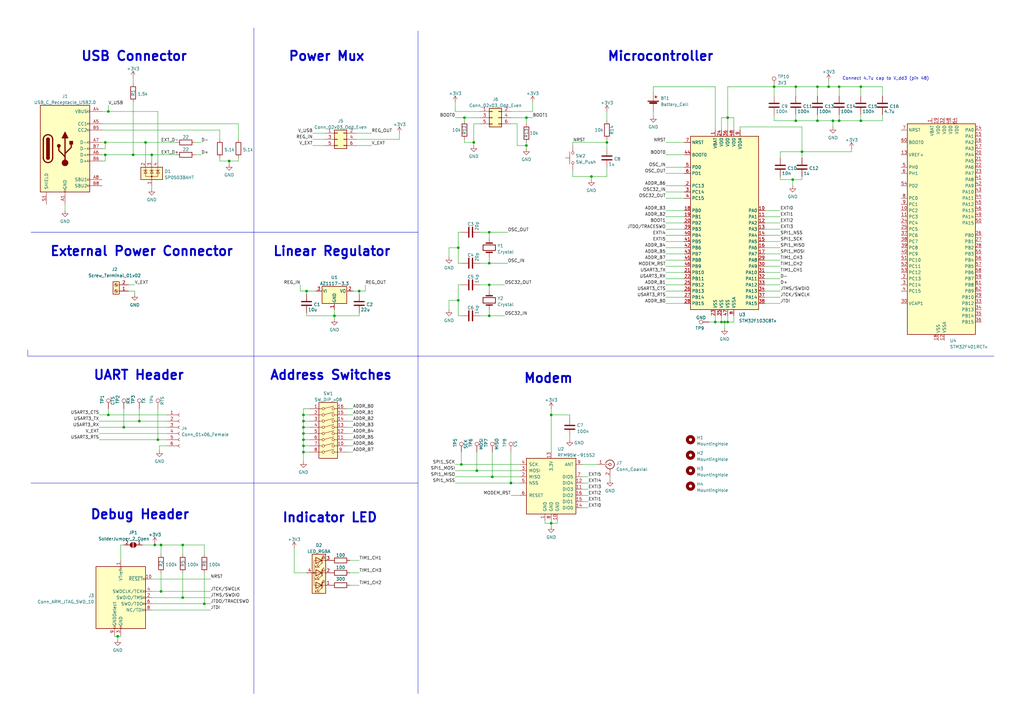
<source format=kicad_sch>
(kicad_sch (version 20230121) (generator eeschema)
  (paper "A3")
  (title_block (title "STM32 Example: LoRa Router") (date "2023-07-18") (rev "B") (company "ECE 445"))
  (junction (at 48.26 260.985))
  (junction (at 124.46 182.88))
  (junction (at 187.96 123.19))
  (junction (at 44.45 170.18))
  (junction (at 325.12 73.66))
  (junction (at 66.04 223.52))
  (junction (at 74.93 223.52))
  (junction (at 93.98 66.04))
  (junction (at 341.63 49.53))
  (junction (at 194.31 58.42))
  (junction (at 344.17 35.56))
  (junction (at 226.06 214.63))
  (junction (at 209.55 198.12))
  (junction (at 293.37 132.08))
  (junction (at 200.66 116.84))
  (junction (at 189.23 190.5))
  (junction (at 187.96 101.6))
  (junction (at 64.77 180.34))
  (junction (at 226.06 170.18))
  (junction (at 339.852 35.56))
  (junction (at 57.15 172.72))
  (junction (at 242.57 72.39))
  (junction (at 201.93 195.58))
  (junction (at 298.45 132.08))
  (junction (at 137.16 129.54))
  (junction (at 344.17 49.53))
  (junction (at 295.91 132.08))
  (junction (at 44.45 45.72))
  (junction (at 124.46 180.34))
  (junction (at 215.9 59.69))
  (junction (at 125.73 119.38))
  (junction (at 326.39 49.53))
  (junction (at 200.66 107.95))
  (junction (at 124.46 177.8))
  (junction (at 353.06 49.53))
  (junction (at 248.92 58.42))
  (junction (at 124.46 185.42))
  (junction (at 317.5 35.56))
  (junction (at 297.18 132.08))
  (junction (at 124.46 175.26))
  (junction (at 59.69 58.42))
  (junction (at 54.61 63.5))
  (junction (at 124.46 170.18))
  (junction (at 43.18 58.42))
  (junction (at 335.28 35.56))
  (junction (at 74.93 245.11))
  (junction (at 43.18 63.5))
  (junction (at 66.04 242.57))
  (junction (at 326.39 35.56))
  (junction (at 50.8 175.26))
  (junction (at 124.46 172.72))
  (junction (at 215.9 48.26))
  (junction (at 62.23 63.5))
  (junction (at 195.58 193.04))
  (junction (at 335.28 49.53))
  (junction (at 147.32 119.38))
  (junction (at 200.66 95.25))
  (junction (at 190.5 48.26))
  (junction (at 353.06 35.56))
  (junction (at 83.82 247.65))
  (junction (at 63.5 223.52))
  (junction (at 328.93 62.23))
  (junction (at 298.45 48.26))
  (junction (at 200.66 129.54))
  (wire (pts (xy 143.51 234.95) (xy 147.32 234.95)))
  (wire (pts (xy 97.79 64.77) (xy 97.79 66.04)))
  (wire (pts (xy 66.04 242.57) (xy 86.36 242.57)))
  (wire (pts (xy 74.93 223.52) (xy 74.93 227.33)))
  (wire (pts (xy 335.28 46.99) (xy 335.28 49.53)))
  (wire (pts (xy 273.05 58.42) (xy 280.67 58.42)))
  (wire (pts (xy 97.79 50.8) (xy 97.79 57.15)))
  (wire (pts (xy 124.46 175.26) (xy 127 175.26)))
  (wire (pts (xy 273.05 86.36) (xy 280.67 86.36)))
  (wire (pts (xy 226.06 170.18) (xy 226.06 185.42)))
  (wire (pts (xy 50.8 167.64) (xy 50.8 175.26)))
  (wire (pts (xy 194.31 50.8) (xy 194.31 58.42)))
  (wire (pts (xy 344.17 35.56) (xy 339.852 35.56)))
  (wire (pts (xy 124.46 175.26) (xy 124.46 177.8)))
  (wire (pts (xy 97.79 66.04) (xy 93.98 66.04)))
  (wire (pts (xy 43.18 63.5) (xy 43.18 66.04)))
  (wire (pts (xy 128.27 57.15) (xy 133.35 57.15)))
  (wire (pts (xy 200.66 129.54) (xy 200.66 127)))
  (wire (pts (xy 228.6 213.36) (xy 228.6 214.63)))
  (wire (pts (xy 196.85 116.84) (xy 200.66 116.84)))
  (wire (pts (xy 328.93 72.39) (xy 328.93 73.66)))
  (wire (pts (xy 298.45 129.54) (xy 298.45 132.08)))
  (wire (pts (xy 313.69 91.44) (xy 320.04 91.44)))
  (wire (pts (xy 41.91 45.72) (xy 44.45 45.72)))
  (wire (pts (xy 353.06 49.53) (xy 361.95 49.53)))
  (wire (pts (xy 313.69 111.76) (xy 320.04 111.76)))
  (wire (pts (xy 196.85 48.26) (xy 190.5 48.26)))
  (wire (pts (xy 124.46 185.42) (xy 127 185.42)))
  (wire (pts (xy 83.82 223.52) (xy 83.82 227.33)))
  (wire (pts (xy 26.67 83.82) (xy 26.67 86.36)))
  (wire (pts (xy 300.99 53.34) (xy 300.99 48.26)))
  (wire (pts (xy 273.05 96.52) (xy 280.67 96.52)))
  (polyline (pts (xy 12.7 95.25) (xy 171.45 95.25)))
  (wire (pts (xy 190.5 48.26) (xy 190.5 49.53)))
  (wire (pts (xy 298.45 35.56) (xy 317.5 35.56)))
  (wire (pts (xy 201.93 195.58) (xy 213.36 195.58)))
  (wire (pts (xy 233.68 170.18) (xy 233.68 171.45)))
  (wire (pts (xy 273.05 68.58) (xy 280.67 68.58)))
  (wire (pts (xy 234.95 58.42) (xy 248.92 58.42)))
  (wire (pts (xy 317.5 49.53) (xy 326.39 49.53)))
  (polyline (pts (xy 171.45 12.7) (xy 171.45 146.05)))
  (wire (pts (xy 238.76 200.66) (xy 241.3 200.66)))
  (wire (pts (xy 248.92 57.15) (xy 248.92 58.42)))
  (wire (pts (xy 298.45 48.26) (xy 298.45 53.34)))
  (wire (pts (xy 65.405 182.88) (xy 65.405 184.785)))
  (wire (pts (xy 212.09 59.69) (xy 215.9 59.69)))
  (wire (pts (xy 313.69 96.52) (xy 320.04 96.52)))
  (wire (pts (xy 328.93 52.07) (xy 328.93 62.23)))
  (wire (pts (xy 209.55 45.72) (xy 218.44 45.72)))
  (wire (pts (xy 184.15 123.19) (xy 184.15 127)))
  (wire (pts (xy 43.18 63.5) (xy 54.61 63.5)))
  (wire (pts (xy 339.852 35.56) (xy 335.28 35.56)))
  (wire (pts (xy 273.05 91.44) (xy 280.67 91.44)))
  (wire (pts (xy 313.69 124.46) (xy 320.04 124.46)))
  (wire (pts (xy 344.17 39.37) (xy 344.17 35.56)))
  (wire (pts (xy 137.16 129.54) (xy 147.32 129.54)))
  (wire (pts (xy 233.68 179.07) (xy 233.68 180.34)))
  (wire (pts (xy 189.23 185.42) (xy 189.23 190.5)))
  (wire (pts (xy 303.53 53.34) (xy 303.53 52.07)))
  (wire (pts (xy 293.37 129.54) (xy 293.37 132.08)))
  (wire (pts (xy 123.19 119.38) (xy 123.19 116.84)))
  (wire (pts (xy 196.85 129.54) (xy 200.66 129.54)))
  (wire (pts (xy 273.05 71.12) (xy 280.67 71.12)))
  (wire (pts (xy 190.5 58.42) (xy 194.31 58.42)))
  (wire (pts (xy 124.46 177.8) (xy 127 177.8)))
  (wire (pts (xy 226.06 170.18) (xy 233.68 170.18)))
  (wire (pts (xy 40.64 180.34) (xy 64.77 180.34)))
  (wire (pts (xy 49.53 223.52) (xy 49.53 229.87)))
  (wire (pts (xy 187.96 116.84) (xy 189.23 116.84)))
  (wire (pts (xy 273.05 109.22) (xy 280.67 109.22)))
  (wire (pts (xy 55.245 119.38) (xy 55.245 120.65)))
  (wire (pts (xy 325.12 73.66) (xy 325.12 76.2)))
  (polyline (pts (xy 104.14 11.43) (xy 104.14 284.48)))
  (wire (pts (xy 137.16 129.54) (xy 137.16 130.81)))
  (wire (pts (xy 353.06 46.99) (xy 353.06 49.53)))
  (wire (pts (xy 273.05 111.76) (xy 280.67 111.76)))
  (wire (pts (xy 341.63 49.53) (xy 341.63 52.07)))
  (wire (pts (xy 250.19 195.58) (xy 250.19 196.85)))
  (wire (pts (xy 361.95 35.56) (xy 353.06 35.56)))
  (wire (pts (xy 46.99 260.985) (xy 48.26 260.985)))
  (wire (pts (xy 74.93 234.95) (xy 74.93 245.11)))
  (wire (pts (xy 320.04 64.77) (xy 320.04 62.23)))
  (wire (pts (xy 142.24 172.72) (xy 144.78 172.72)))
  (wire (pts (xy 44.45 170.18) (xy 68.58 170.18)))
  (wire (pts (xy 146.05 57.15) (xy 163.83 57.15)))
  (wire (pts (xy 344.17 49.53) (xy 353.06 49.53)))
  (wire (pts (xy 298.45 48.26) (xy 298.45 35.56)))
  (wire (pts (xy 41.91 53.34) (xy 90.17 53.34)))
  (wire (pts (xy 200.66 95.25) (xy 200.66 97.79)))
  (wire (pts (xy 195.58 185.42) (xy 195.58 193.04)))
  (wire (pts (xy 62.23 76.2) (xy 62.23 77.47)))
  (wire (pts (xy 80.01 58.42) (xy 82.55 58.42)))
  (wire (pts (xy 54.61 31.75) (xy 54.61 34.29)))
  (wire (pts (xy 313.69 101.6) (xy 320.04 101.6)))
  (wire (pts (xy 186.69 45.72) (xy 186.69 41.91)))
  (wire (pts (xy 64.77 167.64) (xy 64.77 180.34)))
  (wire (pts (xy 142.24 180.34) (xy 144.78 180.34)))
  (wire (pts (xy 187.96 129.54) (xy 187.96 123.19)))
  (wire (pts (xy 40.64 177.8) (xy 68.58 177.8)))
  (wire (pts (xy 186.69 48.26) (xy 190.5 48.26)))
  (wire (pts (xy 90.17 53.34) (xy 90.17 57.15)))
  (wire (pts (xy 62.23 250.19) (xy 86.36 250.19)))
  (wire (pts (xy 313.69 106.68) (xy 320.04 106.68)))
  (wire (pts (xy 223.52 214.63) (xy 226.06 214.63)))
  (wire (pts (xy 142.24 182.88) (xy 144.78 182.88)))
  (wire (pts (xy 143.51 229.87) (xy 147.32 229.87)))
  (wire (pts (xy 59.69 58.42) (xy 72.39 58.42)))
  (wire (pts (xy 300.99 129.54) (xy 300.99 132.08)))
  (wire (pts (xy 163.83 54.61) (xy 163.83 57.15)))
  (wire (pts (xy 66.04 223.52) (xy 74.93 223.52)))
  (wire (pts (xy 49.53 260.35) (xy 49.53 260.985)))
  (wire (pts (xy 189.23 107.95) (xy 187.96 107.95)))
  (wire (pts (xy 124.46 182.88) (xy 127 182.88)))
  (wire (pts (xy 298.45 132.08) (xy 297.18 132.08)))
  (wire (pts (xy 267.97 35.56) (xy 267.97 38.1)))
  (wire (pts (xy 273.05 101.6) (xy 280.67 101.6)))
  (wire (pts (xy 83.82 234.95) (xy 83.82 247.65)))
  (wire (pts (xy 57.15 172.72) (xy 68.58 172.72)))
  (wire (pts (xy 58.42 223.52) (xy 63.5 223.52)))
  (polyline (pts (xy 171.45 146.05) (xy 171.45 284.48)))
  (wire (pts (xy 353.06 35.56) (xy 353.06 39.37)))
  (wire (pts (xy 313.69 116.84) (xy 320.04 116.84)))
  (wire (pts (xy 143.51 240.03) (xy 147.32 240.03)))
  (wire (pts (xy 341.63 49.53) (xy 344.17 49.53)))
  (wire (pts (xy 90.17 64.77) (xy 90.17 66.04)))
  (wire (pts (xy 234.95 69.85) (xy 234.95 72.39)))
  (wire (pts (xy 293.37 132.08) (xy 295.91 132.08)))
  (wire (pts (xy 273.05 114.3) (xy 280.67 114.3)))
  (wire (pts (xy 196.85 95.25) (xy 200.66 95.25)))
  (wire (pts (xy 361.95 39.37) (xy 361.95 35.56)))
  (wire (pts (xy 234.95 72.39) (xy 242.57 72.39)))
  (wire (pts (xy 187.96 123.19) (xy 184.15 123.19)))
  (wire (pts (xy 66.04 234.95) (xy 66.04 242.57)))
  (wire (pts (xy 215.9 59.69) (xy 215.9 60.96)))
  (wire (pts (xy 63.5 223.52) (xy 66.04 223.52)))
  (wire (pts (xy 200.66 107.95) (xy 208.28 107.95)))
  (wire (pts (xy 43.18 58.42) (xy 59.69 58.42)))
  (wire (pts (xy 209.55 48.26) (xy 215.9 48.26)))
  (wire (pts (xy 125.73 119.38) (xy 123.19 119.38)))
  (wire (pts (xy 62.23 63.5) (xy 62.23 66.04)))
  (wire (pts (xy 325.12 73.66) (xy 328.93 73.66)))
  (wire (pts (xy 142.24 167.64) (xy 144.78 167.64)))
  (wire (pts (xy 194.31 50.8) (xy 196.85 50.8)))
  (wire (pts (xy 273.05 93.98) (xy 280.67 93.98)))
  (wire (pts (xy 344.17 35.56) (xy 353.06 35.56)))
  (wire (pts (xy 223.52 213.36) (xy 223.52 214.63)))
  (wire (pts (xy 295.91 48.26) (xy 298.45 48.26)))
  (wire (pts (xy 49.53 260.985) (xy 48.26 260.985)))
  (wire (pts (xy 186.69 193.04) (xy 195.58 193.04)))
  (wire (pts (xy 267.97 35.56) (xy 293.37 35.56)))
  (wire (pts (xy 238.76 195.58) (xy 241.3 195.58)))
  (wire (pts (xy 228.6 214.63) (xy 226.06 214.63)))
  (wire (pts (xy 238.76 203.2) (xy 241.3 203.2)))
  (wire (pts (xy 59.69 58.42) (xy 59.69 66.04)))
  (wire (pts (xy 186.69 45.72) (xy 196.85 45.72)))
  (wire (pts (xy 335.28 49.53) (xy 341.63 49.53)))
  (wire (pts (xy 62.23 242.57) (xy 66.04 242.57)))
  (wire (pts (xy 125.73 128.27) (xy 125.73 129.54)))
  (wire (pts (xy 218.44 45.72) (xy 218.44 41.91)))
  (wire (pts (xy 50.8 175.26) (xy 68.58 175.26)))
  (wire (pts (xy 120.65 224.79) (xy 120.65 234.95)))
  (polyline (pts (xy 12.7 198.12) (xy 171.45 198.12)))
  (wire (pts (xy 44.45 45.72) (xy 44.45 43.18)))
  (wire (pts (xy 344.17 46.99) (xy 344.17 49.53)))
  (wire (pts (xy 215.9 58.42) (xy 215.9 59.69)))
  (wire (pts (xy 41.91 66.04) (xy 43.18 66.04)))
  (wire (pts (xy 295.91 53.34) (xy 295.91 48.26)))
  (wire (pts (xy 361.95 49.53) (xy 361.95 46.99)))
  (wire (pts (xy 226.06 214.63) (xy 226.06 215.9)))
  (wire (pts (xy 326.39 35.56) (xy 326.39 39.37)))
  (wire (pts (xy 248.92 72.39) (xy 242.57 72.39)))
  (wire (pts (xy 215.9 48.26) (xy 215.9 50.8)))
  (wire (pts (xy 124.46 172.72) (xy 124.46 175.26)))
  (wire (pts (xy 273.05 63.5) (xy 280.67 63.5)))
  (wire (pts (xy 48.26 260.985) (xy 48.26 262.255)))
  (wire (pts (xy 41.91 63.5) (xy 43.18 63.5)))
  (wire (pts (xy 187.96 101.6) (xy 184.15 101.6)))
  (wire (pts (xy 273.05 106.68) (xy 280.67 106.68)))
  (wire (pts (xy 186.69 190.5) (xy 189.23 190.5)))
  (wire (pts (xy 186.69 195.58) (xy 201.93 195.58)))
  (wire (pts (xy 273.05 78.74) (xy 280.67 78.74)))
  (wire (pts (xy 212.09 50.8) (xy 212.09 59.69)))
  (wire (pts (xy 326.39 46.99) (xy 326.39 49.53)))
  (wire (pts (xy 149.86 116.84) (xy 149.86 119.38)))
  (wire (pts (xy 124.46 172.72) (xy 127 172.72)))
  (wire (pts (xy 146.05 54.61) (xy 152.4 54.61)))
  (wire (pts (xy 207.01 116.84) (xy 200.66 116.84)))
  (wire (pts (xy 40.64 172.72) (xy 57.15 172.72)))
  (wire (pts (xy 124.46 177.8) (xy 124.46 180.34)))
  (wire (pts (xy 62.23 245.11) (xy 74.93 245.11)))
  (wire (pts (xy 68.58 182.88) (xy 65.405 182.88)))
  (wire (pts (xy 90.17 66.04) (xy 93.98 66.04)))
  (wire (pts (xy 40.64 175.26) (xy 50.8 175.26)))
  (wire (pts (xy 80.01 63.5) (xy 82.55 63.5)))
  (wire (pts (xy 142.24 185.42) (xy 144.78 185.42)))
  (wire (pts (xy 226.06 213.36) (xy 226.06 214.63)))
  (wire (pts (xy 320.04 72.39) (xy 320.04 73.66)))
  (wire (pts (xy 54.61 63.5) (xy 62.23 63.5)))
  (wire (pts (xy 44.45 45.72) (xy 64.77 45.72)))
  (wire (pts (xy 187.96 95.25) (xy 189.23 95.25)))
  (wire (pts (xy 349.25 62.23) (xy 349.25 60.96)))
  (wire (pts (xy 137.16 127) (xy 137.16 129.54)))
  (wire (pts (xy 273.05 99.06) (xy 280.67 99.06)))
  (wire (pts (xy 313.69 86.36) (xy 320.04 86.36)))
  (wire (pts (xy 147.32 128.27) (xy 147.32 129.54)))
  (wire (pts (xy 194.31 58.42) (xy 194.31 59.69)))
  (wire (pts (xy 124.46 170.18) (xy 127 170.18)))
  (wire (pts (xy 248.92 58.42) (xy 248.92 60.96)))
  (wire (pts (xy 64.77 45.72) (xy 64.77 66.04)))
  (wire (pts (xy 273.05 116.84) (xy 280.67 116.84)))
  (wire (pts (xy 50.8 223.52) (xy 49.53 223.52)))
  (wire (pts (xy 273.05 76.2) (xy 280.67 76.2)))
  (wire (pts (xy 200.66 116.84) (xy 200.66 119.38)))
  (wire (pts (xy 142.24 177.8) (xy 144.78 177.8)))
  (wire (pts (xy 41.91 60.96) (xy 43.18 60.96)))
  (wire (pts (xy 234.95 59.69) (xy 234.95 58.42)))
  (wire (pts (xy 74.93 223.52) (xy 83.82 223.52)))
  (wire (pts (xy 125.73 129.54) (xy 137.16 129.54)))
  (wire (pts (xy 303.53 52.07) (xy 328.93 52.07)))
  (wire (pts (xy 267.97 45.72) (xy 267.97 47.625)))
  (wire (pts (xy 226.06 167.64) (xy 226.06 170.18)))
  (wire (pts (xy 273.05 124.46) (xy 280.67 124.46)))
  (wire (pts (xy 238.76 190.5) (xy 245.11 190.5)))
  (wire (pts (xy 295.91 129.54) (xy 295.91 132.08)))
  (wire (pts (xy 313.69 114.3) (xy 320.04 114.3)))
  (wire (pts (xy 195.58 193.04) (xy 213.36 193.04)))
  (wire (pts (xy 328.93 62.23) (xy 328.93 64.77)))
  (wire (pts (xy 186.69 198.12) (xy 209.55 198.12)))
  (wire (pts (xy 83.82 247.65) (xy 86.36 247.65)))
  (wire (pts (xy 128.27 54.61) (xy 133.35 54.61)))
  (wire (pts (xy 209.55 203.2) (xy 213.36 203.2)))
  (wire (pts (xy 93.98 66.04) (xy 93.98 67.31)))
  (wire (pts (xy 41.91 58.42) (xy 43.18 58.42)))
  (wire (pts (xy 326.39 49.53) (xy 335.28 49.53)))
  (wire (pts (xy 313.69 88.9) (xy 320.04 88.9)))
  (polyline (pts (xy 171.45 146.05) (xy 407.67 146.05)))
  (wire (pts (xy 313.69 119.38) (xy 320.04 119.38)))
  (wire (pts (xy 317.5 35.56) (xy 326.39 35.56)))
  (wire (pts (xy 189.23 190.5) (xy 213.36 190.5)))
  (wire (pts (xy 63.5 222.885) (xy 63.5 223.52)))
  (wire (pts (xy 209.55 198.12) (xy 213.36 198.12)))
  (wire (pts (xy 200.66 107.95) (xy 200.66 105.41)))
  (wire (pts (xy 298.45 48.26) (xy 300.99 48.26)))
  (wire (pts (xy 273.05 81.28) (xy 280.67 81.28)))
  (wire (pts (xy 335.28 39.37) (xy 335.28 35.56)))
  (wire (pts (xy 129.54 119.38) (xy 125.73 119.38)))
  (wire (pts (xy 190.5 57.15) (xy 190.5 58.42)))
  (wire (pts (xy 320.04 62.23) (xy 328.93 62.23)))
  (wire (pts (xy 187.96 107.95) (xy 187.96 101.6)))
  (wire (pts (xy 124.46 185.42) (xy 124.46 189.23)))
  (wire (pts (xy 146.05 59.69) (xy 152.4 59.69)))
  (wire (pts (xy 248.92 68.58) (xy 248.92 72.39)))
  (wire (pts (xy 317.5 39.37) (xy 317.5 35.56)))
  (wire (pts (xy 320.04 73.66) (xy 325.12 73.66)))
  (wire (pts (xy 209.55 50.8) (xy 212.09 50.8)))
  (wire (pts (xy 207.01 129.54) (xy 200.66 129.54)))
  (wire (pts (xy 238.76 205.74) (xy 241.3 205.74)))
  (wire (pts (xy 52.705 116.84) (xy 55.245 116.84)))
  (wire (pts (xy 242.57 72.39) (xy 242.57 73.66)))
  (wire (pts (xy 44.45 167.64) (xy 44.45 170.18)))
  (wire (pts (xy 295.91 132.08) (xy 297.18 132.08)))
  (wire (pts (xy 62.23 237.49) (xy 86.36 237.49)))
  (wire (pts (xy 339.852 33.02) (xy 339.852 35.56)))
  (wire (pts (xy 215.9 48.26) (xy 218.44 48.26)))
  (wire (pts (xy 62.23 247.65) (xy 83.82 247.65)))
  (wire (pts (xy 52.705 119.38) (xy 55.245 119.38)))
  (wire (pts (xy 128.27 59.69) (xy 133.35 59.69)))
  (wire (pts (xy 124.46 180.34) (xy 127 180.34)))
  (wire (pts (xy 313.69 109.22) (xy 320.04 109.22)))
  (wire (pts (xy 43.18 60.96) (xy 43.18 58.42)))
  (wire (pts (xy 313.69 93.98) (xy 320.04 93.98)))
  (wire (pts (xy 124.46 182.88) (xy 124.46 185.42)))
  (wire (pts (xy 209.55 185.42) (xy 209.55 198.12)))
  (wire (pts (xy 124.46 167.64) (xy 127 167.64)))
  (wire (pts (xy 147.32 119.38) (xy 149.86 119.38)))
  (wire (pts (xy 208.28 95.25) (xy 200.66 95.25)))
  (polyline (pts (xy 171.45 146.05) (xy 11.43 146.05)))
  (wire (pts (xy 238.76 208.28) (xy 241.3 208.28)))
  (wire (pts (xy 124.46 167.64) (xy 124.46 170.18)))
  (wire (pts (xy 196.85 107.95) (xy 200.66 107.95)))
  (wire (pts (xy 147.32 119.38) (xy 147.32 120.65)))
  (wire (pts (xy 124.46 180.34) (xy 124.46 182.88)))
  (wire (pts (xy 300.99 132.08) (xy 298.45 132.08)))
  (wire (pts (xy 313.69 104.14) (xy 320.04 104.14)))
  (wire (pts (xy 66.04 223.52) (xy 66.04 227.33)))
  (wire (pts (xy 328.93 62.23) (xy 349.25 62.23)))
  (wire (pts (xy 297.18 132.08) (xy 297.18 134.62)))
  (wire (pts (xy 313.69 99.06) (xy 320.04 99.06)))
  (wire (pts (xy 273.05 104.14) (xy 280.67 104.14)))
  (wire (pts (xy 189.23 129.54) (xy 187.96 129.54)))
  (wire (pts (xy 40.64 170.18) (xy 44.45 170.18)))
  (wire (pts (xy 124.46 170.18) (xy 124.46 172.72)))
  (wire (pts (xy 187.96 123.19) (xy 187.96 116.84)))
  (wire (pts (xy 41.91 50.8) (xy 97.79 50.8)))
  (wire (pts (xy 142.24 175.26) (xy 144.78 175.26)))
  (wire (pts (xy 144.78 119.38) (xy 147.32 119.38)))
  (wire (pts (xy 273.05 121.92) (xy 280.67 121.92)))
  (wire (pts (xy 187.96 101.6) (xy 187.96 95.25)))
  (wire (pts (xy 142.24 170.18) (xy 144.78 170.18)))
  (wire (pts (xy 64.77 180.34) (xy 68.58 180.34)))
  (wire (pts (xy 273.05 88.9) (xy 280.67 88.9)))
  (wire (pts (xy 125.73 119.38) (xy 125.73 120.65)))
  (wire (pts (xy 248.92 45.72) (xy 248.92 49.53)))
  (wire (pts (xy 273.05 119.38) (xy 280.67 119.38)))
  (wire (pts (xy 335.28 35.56) (xy 326.39 35.56)))
  (wire (pts (xy 74.93 245.11) (xy 86.36 245.11)))
  (wire (pts (xy 238.76 198.12) (xy 241.3 198.12)))
  (wire (pts (xy 54.61 41.91) (xy 54.61 63.5)))
  (wire (pts (xy 313.69 121.92) (xy 320.04 121.92)))
  (wire (pts (xy 317.5 46.99) (xy 317.5 49.53)))
  (wire (pts (xy 184.15 101.6) (xy 184.15 105.41)))
  (polyline (pts (xy 11.43 143.51) (xy 11.43 146.05)))
  (wire (pts (xy 201.93 185.42) (xy 201.93 195.58)))
  (wire (pts (xy 46.99 260.35) (xy 46.99 260.985)))
  (wire (pts (xy 57.15 167.64) (xy 57.15 172.72)))
  (wire (pts (xy 120.65 234.95) (xy 125.73 234.95)))
  (wire (pts (xy 293.37 53.34) (xy 293.37 35.56)))
  (wire (pts (xy 290.83 132.08) (xy 293.37 132.08)))
  (wire (pts (xy 62.23 63.5) (xy 72.39 63.5)))
  (text "Modem" (at 214.63 157.48 0) (effects (font (size 3.81 3.81) (thickness 0.762) bold) (justify left bottom)))
  (text "Connect 4.7u cap to V_dd3 (pin 48)" (at 345.44 33.02 0) (effects (font (size 1.27 1.27)) (justify left bottom)))
  (text "Power Mux" (at 118.11 25.4 0) (effects (font (size 3.81 3.81) (thickness 0.762) bold) (justify left bottom)))
  (text "Linear Regulator" (at 111.76 105.41 0) (effects (font (size 3.81 3.81) (thickness 0.762) bold) (justify left bottom)))
  (text "Microcontroller" (at 248.92 25.4 0) (effects (font (size 3.81 3.81) (thickness 0.762) bold) (justify left bottom)))
  (text "UART Header" (at 38.1 156.21 0) (effects (font (size 3.81 3.81) (thickness 0.762) bold) (justify left bottom)))
  (text "External Power Connector" (at 20.32 105.41 0) (effects (font (size 3.81 3.81) (thickness 0.762) bold) (justify left bottom)))
  (text "Indicator LED" (at 115.57 214.63 0) (effects (font (size 3.81 3.81) (thickness 0.762) bold) (justify left bottom)))
  (text "Address Switches" (at 110.49 156.21 0) (effects (font (size 3.81 3.81) (thickness 0.762) bold) (justify left bottom)))
  (text "Debug Header" (at 36.83 213.36 0) (effects (font (size 3.81 3.81) (thickness 0.762) bold) (justify left bottom)))
  (text "USB Connector" (at 33.02 25.4 0) (effects (font (size 3.81 3.81) (thickness 0.762) bold) (justify left bottom)))
  (label "ADDR_B0" (at 273.05 124.46 180))
  (label "OSC_IN" (at 273.05 68.58 180))
  (label "EXTI5" (at 241.3 195.58 0))
  (label "EXT_D+" (at 66.04 63.5 0))
  (label "EXTI2" (at 241.3 203.2 0))
  (label "EXTI3" (at 241.3 200.66 0))
  (label "OSC_IN" (at 208.28 107.95 0))
  (label "JTCK{slash}SWCLK" (at 320.04 121.92 0))
  (label "JTDO{slash}TRACESWO" (at 86.36 247.65 0))
  (label "ADDR_B5" (at 144.78 180.34 0))
  (label "ADDR_B4" (at 144.78 177.8 0))
  (label "USART3_RX" (at 40.64 175.26 180))
  (label "ADDR_B1" (at 273.05 116.84 180))
  (label "OSC32_OUT" (at 273.05 81.28 180))
  (label "EXTI3" (at 320.04 93.98 0))
  (label "OSC_OUT" (at 208.28 95.25 0))
  (label "SPI1_MISO" (at 186.69 195.58 180))
  (label "EXTI0" (at 241.3 208.28 0))
  (label "USART3_RTS" (at 40.64 180.34 180))
  (label "SPI1_MOSI" (at 186.69 193.04 180))
  (label "EXTI2" (at 320.04 91.44 0))
  (label "BOOT0" (at 186.69 48.26 180))
  (label "REG_IN" (at 123.19 116.84 180))
  (label "TIM1_CH1" (at 320.04 111.76 0))
  (label "USART3_TX" (at 273.05 111.76 180))
  (label "MODEM_RST" (at 273.05 109.22 180))
  (label "NRST" (at 240.03 58.42 180))
  (label "OSC32_IN" (at 207.01 129.54 0))
  (label "MODEM_RST" (at 209.55 203.2 180))
  (label "ADDR_B2" (at 144.78 172.72 0))
  (label "USART3_CTS" (at 273.05 119.38 180))
  (label "SPI1_SCK" (at 320.04 99.06 0))
  (label "USART3_RX" (at 273.05 114.3 180))
  (label "EXTI1" (at 241.3 205.74 0))
  (label "USART3_TX" (at 40.64 172.72 180))
  (label "ADDR_B1" (at 144.78 170.18 0))
  (label "V_EXT" (at 40.64 177.8 180))
  (label "TIM1_CH3" (at 147.32 234.95 0))
  (label "JTMS{slash}SWDIO" (at 320.04 119.38 0))
  (label "REG_IN" (at 128.27 57.15 180))
  (label "EXTI1" (at 320.04 88.9 0))
  (label "EXTI5" (at 273.05 99.06 180))
  (label "V_USB" (at 44.45 43.18 0))
  (label "BOOT1" (at 218.44 48.26 0))
  (label "NRST" (at 273.05 58.42 180))
  (label "JTDO{slash}TRACESWO" (at 273.05 93.98 180))
  (label "ADDR_B3" (at 273.05 86.36 180))
  (label "JTCK{slash}SWCLK" (at 86.36 242.57 0))
  (label "NRST" (at 86.36 237.49 0))
  (label "TIM1_CH2" (at 147.32 240.03 0))
  (label "ADDR_B0" (at 144.78 167.64 0))
  (label "V_USB" (at 128.27 54.61 180))
  (label "ADDR_B7" (at 273.05 106.68 180))
  (label "ADDR_B5" (at 273.05 104.14 180))
  (label "REG_OUT" (at 152.4 54.61 0))
  (label "ADDR_B7" (at 144.78 185.42 0))
  (label "JTDI" (at 320.04 124.46 0))
  (label "OSC32_IN" (at 273.05 78.74 180))
  (label "JTMS{slash}SWDIO" (at 86.36 245.11 0))
  (label "BOOT1" (at 273.05 91.44 180))
  (label "SPI1_MOSI" (at 320.04 104.14 0))
  (label "OSC32_OUT" (at 207.01 116.84 0))
  (label "TIM1_CH3" (at 320.04 106.68 0))
  (label "TIM1_CH2" (at 320.04 109.22 0))
  (label "ADDR_B4" (at 273.05 101.6 180))
  (label "JTDI" (at 86.36 250.19 0))
  (label "EXTI4" (at 273.05 96.52 180))
  (label "ADDR_B2" (at 273.05 88.9 180))
  (label "USART3_CTS" (at 40.64 170.18 180))
  (label "V_EXT" (at 128.27 59.69 180))
  (label "EXTI0" (at 320.04 86.36 0))
  (label "SPI1_MISO" (at 320.04 101.6 0))
  (label "D-" (at 82.55 58.42 0))
  (label "REG_OUT" (at 149.86 116.84 0))
  (label "D+" (at 320.04 116.84 0))
  (label "BOOT0" (at 273.05 63.5 180))
  (label "ADDR_B3" (at 144.78 175.26 0))
  (label "ADDR_B6" (at 144.78 182.88 0))
  (label "D+" (at 82.55 63.5 0))
  (label "V_EXT" (at 55.245 116.84 0))
  (label "EXTI4" (at 241.3 198.12 0))
  (label "SPI1_SCK" (at 186.69 190.5 180))
  (label "D-" (at 320.04 114.3 0))
  (label "TIM1_CH1" (at 147.32 229.87 0))
  (label "USART3_RTS" (at 273.05 121.92 180))
  (label "SPI1_NSS" (at 320.04 96.52 0))
  (label "SPI1_NSS" (at 186.69 198.12 180))
  (label "EXT_D-" (at 66.04 58.42 0))
  (label "OSC_OUT" (at 273.05 71.12 180))
  (label "V_EXT" (at 152.4 59.69 0))
  (label "ADDR_B6" (at 273.05 76.2 180))
  (symbol (lib_id "Connector:Conn_01x06_Female") (at 73.66 175.26 0) (unit 1)
    (property "Reference" "J4" (at 74.3712 175.6953 0) (effects (justify left)))
    (property "Value" "Conn_01x06_Female" (at 74.3712 178.2322 0) (effects (justify left)))
    (property "Footprint" "Connector_PinSocket_2.54mm:PinSocket_1x06_P2.54mm_Vertical" (effects hide))
  )
  (symbol (lib_id "Connector:TestPoint") (at 50.8 167.64 0) (unit 1)
    (property "Reference" "TP2" (at 48.26 163.83 90))
    (property "Value" "RX" (at 52.5979 164.338 90))
    (property "Footprint" "TestPoint:TestPoint_Keystone_5000-5004_Miniature" (effects hide))
  )
  (symbol (lib_id "power:GND") (at 226.06 215.9 0) (unit 1)
    (property "Reference" "#PWR020" (effects hide))
    (property "Value" "GND" (at 226.06 220.3434 0))
  )
  (symbol (lib_id "power:+3V3") (at 63.5 222.885 0) (unit 1)
    (property "Reference" "#PWR07" (effects hide))
    (property "Value" "+3V3" (at 63.5 219.3092 0))
  )
  (symbol (lib_id "basic:C") (at 193.04 116.84 90) (unit 1)
    (property "Reference" "C5" (at 193.04 113.5182 90))
    (property "Value" "14p" (at 195.58 116.205 0) (effects (justify left)))
    (property "Footprint" "Capacitor_SMD:C_0402_1005Metric" (effects hide))
  )
  (symbol (lib_id "basic:C") (at 233.68 175.26 0) (unit 1)
    (property "Reference" "C7" (at 236.601 174.4253 0) (effects (justify left)))
    (property "Value" "100n" (at 236.601 176.9622 0) (effects (justify left)))
    (property "Footprint" "Capacitor_SMD:C_0603_1608Metric" (effects hide))
  )
  (symbol (lib_id "basic:R") (at 83.82 231.14 0) (unit 1)
    (property "Reference" "R6" (at 83.82 231.14 90))
    (property "Value" "100k" (at 85.598 231.5738 0) (effects (justify left)))
    (property "Footprint" "Resistor_SMD:R_0603_1608Metric" (effects hide))
  )
  (symbol (lib_id "Connector:USB_C_Receptacle_USB2.0") (at 26.67 60.96 0) (unit 1)
    (property "Reference" "J1" (at 26.67 39.4802 0))
    (property "Value" "USB_C_Receptacle_USB2.0" (at 26.67 42.0171 0))
    (property "Footprint" "Connector_USB:USB_C_Receptacle_Amphenol_12401610E4-2A_CircularHoles" (effects hide))
    (property "Datasheet" "https://www.digikey.com/en/products/detail/amphenol-cs-commercial-products/12401610E4-2A/5775519" (effects hide))
  )
  (symbol (lib_id "Mechanical:MountingHole") (at 283.21 199.39 0) (unit 1)
    (property "Reference" "H4" (at 285.75 198.5553 0) (effects (justify left)))
    (property "Value" "MountingHole" (at 285.75 201.0922 0) (effects (justify left)))
    (property "Footprint" "MountingHole:MountingHole_3.2mm_M3" (effects hide))
  )
  (symbol (lib_id "Switch:SW_DIP_x08") (at 134.62 177.8 0) (unit 1)
    (property "Reference" "SW1" (at 134.62 161.4002 0))
    (property "Value" "SW_DIP_x08" (at 134.62 163.9371 0))
    (property "Footprint" "Package_DIP:DIP-16_W7.62mm" (effects hide))
  )
  (symbol (lib_id "basic:R") (at 74.93 231.14 0) (unit 1)
    (property "Reference" "R5" (at 74.93 231.14 90))
    (property "Value" "100k" (at 76.708 231.5738 0) (effects (justify left)))
    (property "Footprint" "Resistor_SMD:R_0603_1608Metric" (effects hide))
  )
  (symbol (lib_id "basic:C") (at 361.95 43.18 0) (unit 1)
    (property "Reference" "C16" (at 364.871 43.6138 0) (effects (justify left)))
    (property "Value" "4.7u" (at 362.585 45.72 0) (effects (justify left)))
    (property "Footprint" "Capacitor_SMD:C_0603_1608Metric" (effects hide))
  )
  (symbol (lib_id "power:GND") (at 250.19 196.85 0) (unit 1)
    (property "Reference" "#PWR024" (effects hide))
    (property "Value" "GND" (at 250.19 201.2934 0))
  )
  (symbol (lib_id "Device:Battery_Cell") (at 267.97 43.18 0) (unit 1)
    (property "Reference" "BT1" (at 270.891 40.3133 0) (effects (justify left)))
    (property "Value" "Battery_Cell" (at 270.891 42.8502 0) (effects (justify left)))
    (property "Footprint" "Battery:BatteryHolder_Keystone_3000_1x12mm" (effects hide))
    (property "Datasheet" "https://www.digikey.com/en/products/detail/keystone-electronics/3000/227440" (effects hide))
  )
  (symbol (lib_id "power:GND") (at 215.9 60.96 0) (unit 1)
    (property "Reference" "#PWR017" (effects hide))
    (property "Value" "GND" (at 215.9 65.4034 0))
  )
  (symbol (lib_id "Connector:TestPoint") (at 44.45 167.64 0) (unit 1)
    (property "Reference" "TP1" (at 41.91 163.83 90))
    (property "Value" "CTS" (at 46.2479 164.338 90))
    (property "Footprint" "TestPoint:TestPoint_Keystone_5000-5004_Miniature" (effects hide))
  )
  (symbol (lib_id "basic:C") (at 317.5 43.18 0) (unit 1)
    (property "Reference" "C9" (at 320.421 43.6138 0) (effects (justify left)))
    (property "Value" "100n" (at 318.135 45.72 0) (effects (justify left)))
    (property "Footprint" "Capacitor_SMD:C_0603_1608Metric" (effects hide))
  )
  (symbol (lib_id "power:+3V3") (at 248.92 45.72 0) (unit 1)
    (property "Reference" "#PWR023" (effects hide))
    (property "Value" "+3V3" (at 248.92 42.1442 0))
  )
  (symbol (lib_id "power:+3V3") (at 226.06 167.64 0) (unit 1)
    (property "Reference" "#PWR019" (effects hide))
    (property "Value" "+3V3" (at 226.06 164.0642 0))
  )
  (symbol (lib_id "basic:R") (at 190.5 53.34 0) (unit 1)
    (property "Reference" "R12" (at 190.5 53.34 90))
    (property "Value" "10k" (at 185.42 53.34 0) (effects (justify left)))
    (property "Footprint" "Resistor_SMD:R_0603_1608Metric" (effects hide))
  )
  (symbol (lib_id "power:GND") (at 341.63 52.07 0) (unit 1)
    (property "Reference" "#PWR029" (effects hide))
    (property "Value" "GND" (at 341.63 56.5134 0))
  )
  (symbol (lib_id "Jumper:SolderJumper_2_Open") (at 54.61 223.52 180) (unit 1)
    (property "Reference" "JP1" (at 54.61 218.44 0))
    (property "Value" "SolderJumper_2_Open" (at 50.8 220.98 0))
    (property "Footprint" "Jumper:SolderJumper-2_P1.3mm_Open_TrianglePad1.0x1.5mm" (effects hide))
  )
  (symbol (lib_id "Power_Protection:SP0503BAHT") (at 62.23 71.12 0) (unit 1)
    (property "Reference" "D1" (at 67.437 70.2853 0) (effects (justify left)))
    (property "Value" "SP0503BAHT" (at 67.437 72.8222 0) (effects (justify left)))
    (property "Footprint" "Package_TO_SOT_SMD:SOT-143" (effects hide))
    (property "Datasheet" "http://www.littelfuse.com/~/media/files/littelfuse/technical%20resources/documents/data%20sheets/sp05xxba.pdf" (effects hide))
  )
  (symbol (lib_id "power:+3V3") (at 349.25 60.96 0) (unit 1)
    (property "Reference" "#PWR030" (effects hide))
    (property "Value" "+3V3" (at 349.25 57.3842 0))
  )
  (symbol (lib_id "basic:C") (at 193.04 129.54 90) (unit 1)
    (property "Reference" "C6" (at 193.04 126.2182 90))
    (property "Value" "14p" (at 195.58 128.905 0) (effects (justify left)))
    (property "Footprint" "Capacitor_SMD:C_0402_1005Metric" (effects hide))
  )
  (symbol (lib_id "power:GND") (at 137.16 130.81 0) (unit 1)
    (property "Reference" "#PWR011" (effects hide))
    (property "Value" "GND" (at 137.16 135.2534 0))
  )
  (symbol (lib_id "power:GND") (at 55.245 120.65 0) (unit 1)
    (property "Reference" "#PWR04" (effects hide))
    (property "Value" "GND" (at 55.245 125.0934 0))
  )
  (symbol (lib_id "basic:R") (at 66.04 231.14 0) (unit 1)
    (property "Reference" "R2" (at 66.04 231.14 90))
    (property "Value" "100k" (at 67.818 231.5738 0) (effects (justify left)))
    (property "Footprint" "Resistor_SMD:R_0603_1608Metric" (effects hide))
  )
  (symbol (lib_id "power:GND") (at 62.23 77.47 0) (unit 1)
    (property "Reference" "#PWR05" (effects hide))
    (property "Value" "GND" (at 62.23 81.9134 0))
  )
  (symbol (lib_id "power:GND") (at 184.15 105.41 0) (unit 1)
    (property "Reference" "#PWR013" (effects hide))
    (property "Value" "GND" (at 184.15 109.8534 0))
  )
  (symbol (lib_id "Mechanical:MountingHole") (at 283.21 193.04 0) (unit 1)
    (property "Reference" "H3" (at 285.75 192.2053 0) (effects (justify left)))
    (property "Value" "MountingHole" (at 285.75 194.7422 0) (effects (justify left)))
    (property "Footprint" "MountingHole:MountingHole_3.2mm_M3" (effects hide))
  )
  (symbol (lib_id "Connector:TestPoint") (at 195.58 185.42 0) (unit 1)
    (property "Reference" "TP6" (at 193.04 181.61 90))
    (property "Value" "MOSI" (at 197.3779 182.118 90))
    (property "Footprint" "TestPoint:TestPoint_Pad_D1.5mm" (effects hide))
  )
  (symbol (lib_id "basic:R") (at 97.79 60.96 0) (unit 1)
    (property "Reference" "R8" (effects hide))
    (property "Value" "5.1k" (at 99.568 61.3938 0) (effects (justify left)))
    (property "Footprint" "Resistor_SMD:R_0603_1608Metric" (effects hide))
  )
  (symbol (lib_id "basic:R") (at 76.2 58.42 90) (unit 1)
    (property "Reference" "R3" (effects hide))
    (property "Value" "22" (at 76.2 56.2412 90))
    (property "Footprint" "Resistor_SMD:R_0603_1608Metric" (effects hide))
  )
  (symbol (lib_id "power:GND") (at 194.31 59.69 0) (unit 1)
    (property "Reference" "#PWR016" (effects hide))
    (property "Value" "GND" (at 194.31 64.1334 0))
  )
  (symbol (lib_id "Connector:Screw_Terminal_01x02") (at 47.625 119.38 180) (unit 1)
    (property "Reference" "J2" (at 46.99 110.49 0))
    (property "Value" "Screw_Terminal_01x02" (at 46.99 113.03 0))
    (property "Footprint" "local:CONN_1985195" (effects hide))
    (property "Datasheet" "https://www.digikey.com/en/products/detail/phoenix-contact/1985195/568659" (effects hide))
  )
  (symbol (lib_id "power:GND") (at 233.68 180.34 0) (unit 1)
    (property "Reference" "#PWR021" (effects hide))
    (property "Value" "GND" (at 237.49 181.61 0))
  )
  (symbol (lib_id "power:GND") (at 48.26 262.255 0) (unit 1)
    (property "Reference" "#PWR02" (effects hide))
    (property "Value" "GND" (at 48.26 266.7 0))
  )
  (symbol (lib_id "Connector:TestPoint") (at 64.77 167.64 0) (unit 1)
    (property "Reference" "TP4" (at 62.23 163.83 90))
    (property "Value" "RTS" (at 66.5679 164.338 90))
    (property "Footprint" "TestPoint:TestPoint_Keystone_5000-5004_Miniature" (effects hide))
  )
  (symbol (lib_id "power:+3V3") (at 54.61 31.75 0) (unit 1)
    (property "Reference" "#PWR03" (effects hide))
    (property "Value" "+3V3" (at 54.61 28.1742 0))
  )
  (symbol (lib_id "basic:C") (at 193.04 107.95 90) (unit 1)
    (property "Reference" "C4" (at 193.04 104.6282 90))
    (property "Value" "20p" (at 195.58 107.315 0) (effects (justify left)))
    (property "Footprint" "Capacitor_SMD:C_0603_1608Metric" (effects hide))
  )
  (symbol (lib_id "power:GND") (at 65.405 184.785 0) (unit 1)
    (property "Reference" "#PWR06" (effects hide))
    (property "Value" "GND" (at 65.405 189.2284 0))
  )
  (symbol (lib_id "Device:Crystal") (at 200.66 123.19 90) (unit 1)
    (property "Reference" "Y2" (at 203.9874 122.3553 90) (effects (justify right)))
    (property "Value" "Crystal" (at 203.9874 124.8922 90) (effects (justify right)))
    (property "Footprint" "Crystal:Crystal_SMD_3215-2Pin_3.2x1.5mm" (effects hide))
    (property "Datasheet" "https://www.digikey.com/en/products/detail/ecs-inc/ECS-327-7-34B-TR/1850347?s=N4IgTCBcDaIKIGEDKBaAdAZjAdhbjALAEIoAqASgAQgC6AvkA" (effects hide))
  )
  (symbol (lib_id "Connector:TestPoint") (at 209.55 185.42 0) (unit 1)
    (property "Reference" "TP8" (at 207.01 181.61 90))
    (property "Value" "CS" (at 211.3479 182.118 90))
    (property "Footprint" "TestPoint:TestPoint_Pad_D1.5mm" (effects hide))
  )
  (symbol (lib_id "Connector:Conn_Coaxial") (at 250.19 190.5 0) (unit 1)
    (property "Reference" "J7" (at 252.73 189.9585 0) (effects (justify left)))
    (property "Value" "Conn_Coaxial" (at 252.73 192.4954 0) (effects (justify left)))
    (property "Footprint" "Connector_Coaxial:SMA_Samtec_SMA-J-P-X-ST-EM1_EdgeMount" (effects hide))
    (property "Datasheet" " ~" (effects hide))
  )
  (symbol (lib_id "Device:LED_RGBA") (at 130.81 234.95 180) (unit 1)
    (property "Reference" "D2" (at 130.81 223.6302 0))
    (property "Value" "LED_RGBA" (at 130.81 226.1671 0))
    (property "Footprint" "local:EAST1616RGBB2_custom" (effects hide))
  )
  (symbol (lib_id "power:+3V3") (at 186.69 41.91 0) (unit 1)
    (property "Reference" "#PWR015" (effects hide))
    (property "Value" "+3V3" (at 186.69 38.3342 0))
  )
  (symbol (lib_id "basic:C") (at 248.92 64.77 0) (unit 1)
    (property "Reference" "C8" (at 251.841 65.2038 0) (effects (justify left)))
    (property "Value" "1u" (at 249.555 67.31 0) (effects (justify left)))
    (property "Footprint" "Capacitor_SMD:C_0603_1608Metric" (effects hide))
  )
  (symbol (lib_id "power:GND") (at 93.98 67.31 0) (unit 1)
    (property "Reference" "#PWR08" (effects hide))
    (property "Value" "GND" (at 93.98 71.7534 0))
  )
  (symbol (lib_id "power:+3V3") (at 163.83 54.61 0) (unit 1)
    (property "Reference" "#PWR012" (effects hide))
    (property "Value" "+3V3" (at 163.83 51.0342 0))
  )
  (symbol (lib_id "Connector:Conn_ARM_JTAG_SWD_10") (at 49.53 245.11 0) (unit 1)
    (property "Reference" "J3" (at 38.608 244.2753 0) (effects (justify right)))
    (property "Value" "Conn_ARM_JTAG_SWD_10" (at 38.608 246.8122 0) (effects (justify right)))
    (property "Footprint" "Connector_IDC:IDC-Header_2x05_P2.54mm_Vertical" (effects hide))
    (property "Datasheet" "http://infocenter.arm.com/help/topic/com.arm.doc.ddi0314h/DDI0314H_coresight_components_trm.pdf" (effects hide))
  )
  (symbol (lib_id "Connector:TestPoint") (at 201.93 185.42 0) (unit 1)
    (property "Reference" "TP7" (at 199.39 181.61 90))
    (property "Value" "MISO" (at 203.7279 182.118 90))
    (property "Footprint" "TestPoint:TestPoint_Pad_D1.5mm" (effects hide))
  )
  (symbol (lib_id "power:+3V3") (at 218.44 41.91 0) (unit 1)
    (property "Reference" "#PWR018" (effects hide))
    (property "Value" "+3V3" (at 218.44 38.3342 0))
  )
  (symbol (lib_id "basic:R") (at 139.7 240.03 270) (mirror x) (unit 1)
    (property "Reference" "R11" (effects hide))
    (property "Value" "300" (at 139.7 237.49 90))
    (property "Footprint" "Resistor_SMD:R_0603_1608Metric" (effects hide))
  )
  (symbol (lib_id "Regulator_Linear:AZ1117-3.3") (at 137.16 119.38 0) (unit 1)
    (property "Reference" "U1" (at 137.16 113.7752 0))
    (property "Value" "AZ1117-3.3" (at 137.16 116.3121 0))
    (property "Footprint" "Package_TO_SOT_SMD:TO-252-2" (effects hide))
    (property "Datasheet" "https://www.digikey.com/en/products/detail/diodes-incorporated/AZ1117CD-3-3TRG1/4470979" (effects hide))
  )
  (symbol (lib_id "RF_Module:RFM95W-915S2") (at 226.06 198.12 0) (unit 1)
    (property "Reference" "U2" (at 228.6 184.15 0) (effects (justify left)))
    (property "Value" "RFM95W-915S2" (at 228.6 186.69 0) (effects (justify left)))
    (property "Footprint" "RF_Module:HOPERF_RFM9XW_SMD" (effects hide))
    (property "Datasheet" "https://www.hoperf.com/data/upload/portal/20181127/5bfcbea20e9ef.pdf" (effects hide))
  )
  (symbol (lib_id "power:+3V3") (at 339.852 33.02 0) (unit 1)
    (property "Reference" "#PWR028" (effects hide))
    (property "Value" "+3V3" (at 339.852 29.4442 0))
  )
  (symbol (lib_id "Connector:TestPoint") (at 189.23 185.42 0) (unit 1)
    (property "Reference" "TP5" (at 186.69 181.61 90))
    (property "Value" "SCK" (at 191.0279 182.118 90))
    (property "Footprint" "TestPoint:TestPoint_Pad_D1.5mm" (effects hide))
  )
  (symbol (lib_id "power:GND") (at 242.57 73.66 0) (unit 1)
    (property "Reference" "#PWR022" (effects hide))
    (property "Value" "GND" (at 242.57 78.1034 0))
  )
  (symbol (lib_id "basic:C") (at 147.32 124.46 0) (unit 1)
    (property "Reference" "C2" (at 150.241 124.8938 0) (effects (justify left)))
    (property "Value" "22u" (at 147.955 127 0) (effects (justify left)))
    (property "Footprint" "Capacitor_SMD:C_0805_2012Metric" (effects hide))
    (property "Datasheet" "https://www.mouser.com/ProductDetail/Samsung-Electro-Mechanics/CL21A226MQQNNNF?qs=yOVawPpwOwkE7EQOZH1O%2Fw%3D%3D" (effects hide))
  )
  (symbol (lib_id "Mechanical:MountingHole") (at 283.21 186.69 0) (unit 1)
    (property "Reference" "H2" (at 285.75 185.8553 0) (effects (justify left)))
    (property "Value" "MountingHole" (at 285.75 188.3922 0) (effects (justify left)))
    (property "Footprint" "MountingHole:MountingHole_3.2mm_M3" (effects hide))
  )
  (symbol (lib_id "basic:R") (at 248.92 53.34 0) (unit 1)
    (property "Reference" "R14" (at 250.952 53.34 90))
    (property "Value" "10k" (at 243.84 53.34 0) (effects (justify left)))
    (property "Footprint" "Resistor_SMD:R_0603_1608Metric" (effects hide))
  )
  (symbol (lib_id "MCU_ST_STM32F4:STM32F401RCTx") (at 384.81 93.98 0) (unit 1)
    (property "Reference" "U4" (at 389.5441 139.7 0) (effects (justify left)))
    (property "Value" "STM32F401RCTx" (at 389.5441 142.24 0) (effects (justify left)))
    (property "Footprint" "Package_QFP:LQFP-64_10x10mm_P0.5mm" (effects hide))
    (property "Datasheet" "https://www.st.com/resource/en/datasheet/stm32f401rc.pdf" (effects hide))
  )
  (symbol (lib_id "basic:R") (at 76.2 63.5 270) (unit 1)
    (property "Reference" "R4" (effects hide))
    (property "Value" "22" (at 76.2 61.3212 90))
    (property "Footprint" "Resistor_SMD:R_0603_1608Metric" (effects hide))
  )
  (symbol (lib_id "basic:R") (at 90.17 60.96 0) (unit 1)
    (property "Reference" "R7" (effects hide))
    (property "Value" "5.1k" (at 91.948 61.3938 0) (effects (justify left)))
    (property "Footprint" "Resistor_SMD:R_0603_1608Metric" (effects hide))
  )
  (symbol (lib_id "power:GND") (at 184.15 127 0) (unit 1)
    (property "Reference" "#PWR014" (effects hide))
    (property "Value" "GND" (at 184.15 131.4434 0))
  )
  (symbol (lib_id "Mechanical:MountingHole") (at 283.21 180.34 0) (unit 1)
    (property "Reference" "H1" (at 285.75 179.5053 0) (effects (justify left)))
    (property "Value" "MountingHole" (at 285.75 182.0422 0) (effects (justify left)))
    (property "Footprint" "MountingHole:MountingHole_3.2mm_M3" (effects hide))
  )
  (symbol (lib_id "Connector:TestPoint") (at 317.5 35.56 0) (unit 1)
    (property "Reference" "TP10" (at 318.897 31.4233 0) (effects (justify left)))
    (property "Value" "3V3" (at 318.897 33.9602 0) (effects (justify left)))
    (property "Footprint" "TestPoint:TestPoint_Keystone_5000-5004_Miniature" (effects hide))
  )
  (symbol (lib_id "power:GND") (at 297.18 134.62 0) (unit 1)
    (property "Reference" "#PWR026" (effects hide))
    (property "Value" "GND" (at 297.18 139.0634 0))
  )
  (symbol (lib_id "power:GND") (at 325.12 76.2 0) (unit 1)
    (property "Reference" "#PWR027" (effects hide))
    (property "Value" "GND" (at 325.12 80.6434 0))
  )
  (symbol (lib_id "Connector_Generic:Conn_02x03_Odd_Even") (at 201.93 48.26 0) (unit 1)
    (property "Reference" "J6" (at 203.2 40.7502 0))
    (property "Value" "Conn_02x03_Odd_Even" (at 203.2 43.2871 0))
    (property "Footprint" "Connector_PinSocket_2.54mm:PinSocket_2x03_P2.54mm_Vertical" (effects hide))
  )
  (symbol (lib_id "power:GND") (at 26.67 86.36 0) (unit 1)
    (property "Reference" "#PWR01" (effects hide))
    (property "Value" "GND" (at 26.67 90.8034 0))
  )
  (symbol (lib_id "basic:R") (at 139.7 229.87 270) (mirror x) (unit 1)
    (property "Reference" "R9" (effects hide))
    (property "Value" "100" (at 139.7 227.6912 90))
    (property "Footprint" "Resistor_SMD:R_0603_1608Metric" (effects hide))
  )
  (symbol (lib_id "Switch:SW_Push") (at 234.95 64.77 90) (unit 1)
    (property "Reference" "SW2" (at 236.093 63.9353 90) (effects (justify right)))
    (property "Value" "SW_Push" (at 236.093 66.4722 90) (effects (justify right)))
    (property "Footprint" "Button_Switch_SMD:SW_SPST_B3S-1000" (effects hide))
    (property "Datasheet" "https://www.digikey.com/en/products/detail/omron-electronics-inc-emc-div/B3S-1000/20686" (effects hide))
  )
  (symbol (lib_id "basic:C") (at 193.04 95.25 90) (unit 1)
    (property "Reference" "C3" (at 193.04 91.9282 90))
    (property "Value" "20p" (at 195.58 94.615 0) (effects (justify left)))
    (property "Footprint" "Capacitor_SMD:C_0603_1608Metric" (effects hide))
  )
  (symbol (lib_id "basic:R") (at 54.61 38.1 0) (unit 1)
    (property "Reference" "R1" (at 54.61 38.1 90))
    (property "Value" "1.5k" (at 56.388 38.5338 0) (effects (justify left)))
    (property "Footprint" "Resistor_SMD:R_0603_1608Metric" (effects hide))
  )
  (symbol (lib_id "Device:Crystal") (at 200.66 101.6 90) (unit 1)
    (property "Reference" "Y1" (at 203.9874 100.7653 90) (effects (justify right)))
    (property "Value" "Crystal" (at 203.9874 103.3022 90) (effects (justify right)))
    (property "Footprint" "Crystal:Crystal_HC49-U_Vertical" (effects hide))
    (property "Datasheet" "https://www.digikey.com/en/products/detail/ecs-inc/ECS-080-20-4X-DU/2781927" (effects hide))
  )
  (symbol (lib_id "Connector:TestPoint") (at 290.83 132.08 90) (unit 1)
    (property "Reference" "TP9" (at 287.02 134.62 90))
    (property "Value" "GND" (at 287.528 130.2821 90))
    (property "Footprint" "TestPoint:TestPoint_Keystone_5000-5004_Miniature" (effects hide))
  )
  (symbol (lib_id "basic:C") (at 320.04 68.58 0) (unit 1)
    (property "Reference" "C10" (at 322.961 69.0138 0) (effects (justify left)))
    (property "Value" "10n" (at 320.675 71.12 0) (effects (justify left)))
    (property "Footprint" "Capacitor_SMD:C_0603_1608Metric" (effects hide))
  )
  (symbol (lib_id "Connector_Generic:Conn_02x03_Odd_Even") (at 138.43 57.15 0) (unit 1)
    (property "Reference" "J5" (at 139.7 49.6402 0))
    (property "Value" "Conn_02x03_Odd_Even" (at 139.7 52.1771 0))
    (property "Footprint" "Connector_PinSocket_2.54mm:PinSocket_2x03_P2.54mm_Vertical" (effects hide))
  )
  (symbol (lib_id "basic:C") (at 328.93 68.58 0) (unit 1)
    (property "Reference" "C12" (at 331.851 69.0138 0) (effects (justify left)))
    (property "Value" "1u" (at 329.565 71.12 0) (effects (justify left)))
    (property "Footprint" "Capacitor_SMD:C_0603_1608Metric" (effects hide))
  )
  (symbol (lib_id "basic:C") (at 353.06 43.18 0) (unit 1)
    (property "Reference" "C15" (at 355.981 43.6138 0) (effects (justify left)))
    (property "Value" "100n" (at 353.695 45.72 0) (effects (justify left)))
    (property "Footprint" "Capacitor_SMD:C_0603_1608Metric" (effects hide))
  )
  (symbol (lib_id "MCU_ST_STM32F1:STM32F103C8Tx") (at 298.45 91.44 0) (unit 1)
    (property "Reference" "U3" (at 303.0094 129.0304 0) (effects (justify left)))
    (property "Value" "STM32F103C8Tx" (at 303.0094 131.5673 0) (effects (justify left)))
    (property "Footprint" "Package_QFP:LQFP-48_7x7mm_P0.5mm" (effects hide))
    (property "Datasheet" "http://www.st.com/st-web-ui/static/active/en/resource/technical/document/datasheet/CD00161566.pdf" (effects hide))
  )
  (symbol (lib_id "power:GND") (at 267.97 47.625 0) (unit 1)
    (property "Reference" "#PWR025" (effects hide))
    (property "Value" "GND" (at 267.97 52.0684 0))
  )
  (symbol (lib_id "basic:R") (at 215.9 54.61 0) (unit 1)
    (property "Reference" "R13" (at 215.9 54.61 90))
    (property "Value" "10k" (at 217.17 54.61 0) (effects (justify left)))
    (property "Footprint" "Resistor_SMD:R_0603_1608Metric" (effects hide))
  )
  (symbol (lib_id "power:+3V3") (at 120.65 224.79 0) (unit 1)
    (property "Reference" "#PWR09" (effects hide))
    (property "Value" "+3V3" (at 120.65 221.2142 0))
  )
  (symbol (lib_id "power:GND") (at 124.46 189.23 0) (unit 1)
    (property "Reference" "#PWR010" (effects hide))
    (property "Value" "GND" (at 124.46 193.6734 0))
  )
  (symbol (lib_id "basic:C") (at 335.28 43.18 0) (unit 1)
    (property "Reference" "C13" (at 338.201 43.6138 0) (effects (justify left)))
    (property "Value" "100n" (at 335.915 45.72 0) (effects (justify left)))
    (property "Footprint" "Capacitor_SMD:C_0603_1608Metric" (effects hide))
  )
  (symbol (lib_id "basic:R") (at 139.7 234.95 270) (mirror x) (unit 1)
    (property "Reference" "R10" (effects hide))
    (property "Value" "100" (at 139.7 232.7712 90))
    (property "Footprint" "Resistor_SMD:R_0603_1608Metric" (effects hide))
  )
  (symbol (lib_id "basic:C") (at 344.17 43.18 0) (unit 1)
    (property "Reference" "C14" (at 347.091 43.6138 0) (effects (justify left)))
    (property "Value" "100n" (at 344.805 45.72 0) (effects (justify left)))
    (property "Footprint" "Capacitor_SMD:C_0603_1608Metric" (effects hide))
  )
  (symbol (lib_id "basic:C") (at 326.39 43.18 0) (unit 1)
    (property "Reference" "C11" (at 329.311 43.6138 0) (effects (justify left)))
    (property "Value" "100n" (at 327.025 45.72 0) (effects (justify left)))
    (property "Footprint" "Capacitor_SMD:C_0603_1608Metric" (effects hide))
  )
  (symbol (lib_id "Connector:TestPoint") (at 57.15 167.64 0) (unit 1)
    (property "Reference" "TP3" (at 54.61 163.83 90))
    (property "Value" "TX" (at 58.9479 164.338 90))
    (property "Footprint" "TestPoint:TestPoint_Keystone_5000-5004_Miniature" (effects hide))
  )
  (symbol (lib_id "basic:C") (at 125.73 124.46 0) (unit 1)
    (property "Reference" "C1" (at 128.651 124.8938 0) (effects (justify left)))
    (property "Value" "10u" (at 126.365 127 0) (effects (justify left)))
    (property "Footprint" "Capacitor_SMD:C_0603_1608Metric" (effects hide))
  )
)
</source>
